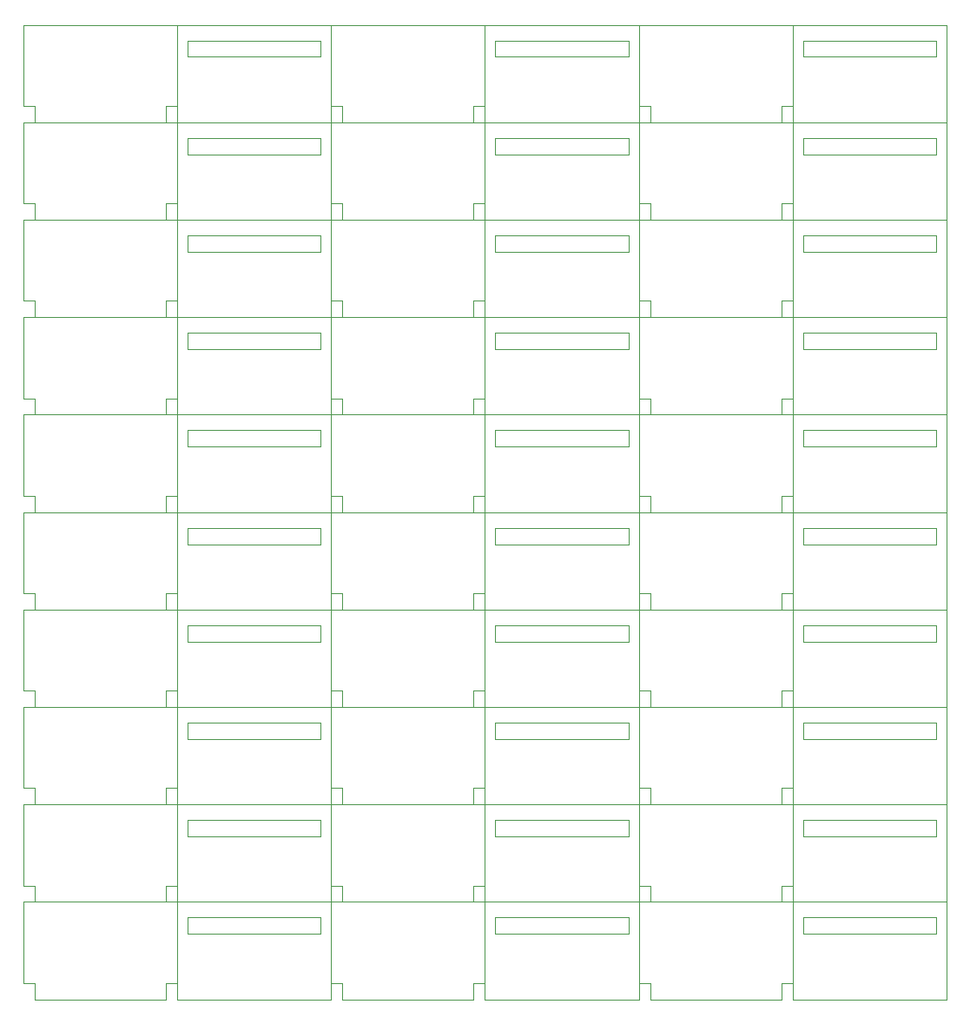
<source format=gm1>
G04 #@! TF.GenerationSoftware,KiCad,Pcbnew,(5.1.0)-1*
G04 #@! TF.CreationDate,2020-07-15T16:06:44-04:00*
G04 #@! TF.ProjectId,Breakout Panelized,42726561-6b6f-4757-9420-50616e656c69,rev?*
G04 #@! TF.SameCoordinates,Original*
G04 #@! TF.FileFunction,Profile,NP*
%FSLAX46Y46*%
G04 Gerber Fmt 4.6, Leading zero omitted, Abs format (unit mm)*
G04 Created by KiCad (PCBNEW (5.1.0)-1) date 2020-07-15 16:06:44*
%MOMM*%
%LPD*%
G04 APERTURE LIST*
%ADD10C,0.050000*%
G04 APERTURE END LIST*
D10*
X174575000Y-66450000D02*
X161575000Y-66450000D01*
X160575000Y-53825000D02*
X160575000Y-63325000D01*
X115575000Y-63325000D02*
X115575000Y-72825000D01*
X85575000Y-63325000D02*
X85575000Y-71225000D01*
X175575000Y-53825000D02*
X175575000Y-63325000D01*
X114575000Y-66450000D02*
X101575000Y-66450000D01*
X86675000Y-61725000D02*
X86675000Y-63325000D01*
X101575000Y-56950000D02*
X101575000Y-55350000D01*
X114575000Y-55350000D02*
X114575000Y-56950000D01*
X145575000Y-63325000D02*
X145575000Y-72825000D01*
X144575000Y-56950000D02*
X131575000Y-56950000D01*
X101575000Y-55350000D02*
X114575000Y-55350000D01*
X160575000Y-61725000D02*
X159475000Y-61725000D01*
X115575000Y-53825000D02*
X115575000Y-63325000D01*
X85575000Y-61725000D02*
X86675000Y-61725000D01*
X175575000Y-53825000D02*
X160575000Y-53825000D01*
X161575000Y-55350000D02*
X174575000Y-55350000D01*
X115575000Y-63325000D02*
X100575000Y-63325000D01*
X115575000Y-63325000D02*
X130575000Y-63325000D01*
X145575000Y-61725000D02*
X146675000Y-61725000D01*
X85575000Y-53825000D02*
X85575000Y-61725000D01*
X100575000Y-53825000D02*
X100575000Y-63325000D01*
X161575000Y-56950000D02*
X161575000Y-55350000D01*
X85575000Y-71225000D02*
X86675000Y-71225000D01*
X175575000Y-63325000D02*
X160575000Y-63325000D01*
X160575000Y-71225000D02*
X159475000Y-71225000D01*
X144575000Y-55350000D02*
X144575000Y-56950000D01*
X161575000Y-64850000D02*
X174575000Y-64850000D01*
X175575000Y-63325000D02*
X175575000Y-72825000D01*
X131575000Y-64850000D02*
X144575000Y-64850000D01*
X130575000Y-63325000D02*
X130575000Y-72825000D01*
X114575000Y-56950000D02*
X101575000Y-56950000D01*
X130575000Y-53825000D02*
X130575000Y-63325000D01*
X131575000Y-55350000D02*
X144575000Y-55350000D01*
X161575000Y-66450000D02*
X161575000Y-64850000D01*
X115575000Y-61725000D02*
X116675000Y-61725000D01*
X100575000Y-71225000D02*
X99475000Y-71225000D01*
X99475000Y-61725000D02*
X99475000Y-63325000D01*
X116675000Y-61725000D02*
X116675000Y-63325000D01*
X144575000Y-64850000D02*
X144575000Y-66450000D01*
X129475000Y-61725000D02*
X129475000Y-63325000D01*
X100575000Y-61725000D02*
X99475000Y-61725000D01*
X159475000Y-71225000D02*
X159475000Y-72825000D01*
X115575000Y-53825000D02*
X100575000Y-53825000D01*
X145575000Y-53825000D02*
X130575000Y-53825000D01*
X130575000Y-61725000D02*
X129475000Y-61725000D01*
X145575000Y-63325000D02*
X160575000Y-63325000D01*
X145575000Y-71225000D02*
X146675000Y-71225000D01*
X174575000Y-55350000D02*
X174575000Y-56950000D01*
X174575000Y-56950000D02*
X161575000Y-56950000D01*
X144575000Y-66450000D02*
X131575000Y-66450000D01*
X99475000Y-71225000D02*
X99475000Y-72825000D01*
X160575000Y-63325000D02*
X160575000Y-72825000D01*
X116675000Y-71225000D02*
X116675000Y-72825000D01*
X129475000Y-71225000D02*
X129475000Y-72825000D01*
X101575000Y-64850000D02*
X114575000Y-64850000D01*
X146675000Y-71225000D02*
X146675000Y-72825000D01*
X85575000Y-63325000D02*
X100575000Y-63325000D01*
X130575000Y-71225000D02*
X129475000Y-71225000D01*
X145575000Y-63325000D02*
X130575000Y-63325000D01*
X114575000Y-64850000D02*
X114575000Y-66450000D01*
X115575000Y-71225000D02*
X116675000Y-71225000D01*
X131575000Y-56950000D02*
X131575000Y-55350000D01*
X159475000Y-61725000D02*
X159475000Y-63325000D01*
X86675000Y-71225000D02*
X86675000Y-72825000D01*
X115575000Y-53825000D02*
X130575000Y-53825000D01*
X145575000Y-53825000D02*
X145575000Y-63325000D01*
X85575000Y-53825000D02*
X100575000Y-53825000D01*
X131575000Y-66450000D02*
X131575000Y-64850000D01*
X146675000Y-61725000D02*
X146675000Y-63325000D01*
X174575000Y-64850000D02*
X174575000Y-66450000D01*
X145575000Y-53825000D02*
X160575000Y-53825000D01*
X101575000Y-66450000D02*
X101575000Y-64850000D01*
X100575000Y-63325000D02*
X100575000Y-72825000D01*
X101575000Y-85450000D02*
X101575000Y-83850000D01*
X100575000Y-82325000D02*
X100575000Y-91825000D01*
X85575000Y-72825000D02*
X100575000Y-72825000D01*
X174575000Y-83850000D02*
X174575000Y-85450000D01*
X146675000Y-80725000D02*
X146675000Y-82325000D01*
X145575000Y-72825000D02*
X160575000Y-72825000D01*
X131575000Y-85450000D02*
X131575000Y-83850000D01*
X115575000Y-82325000D02*
X115575000Y-91825000D01*
X85575000Y-82325000D02*
X85575000Y-90225000D01*
X100575000Y-72825000D02*
X100575000Y-82325000D01*
X175575000Y-72825000D02*
X175575000Y-82325000D01*
X114575000Y-85450000D02*
X101575000Y-85450000D01*
X114575000Y-74350000D02*
X114575000Y-75950000D01*
X161575000Y-83850000D02*
X174575000Y-83850000D01*
X144575000Y-75950000D02*
X131575000Y-75950000D01*
X161575000Y-74350000D02*
X174575000Y-74350000D01*
X145575000Y-80725000D02*
X146675000Y-80725000D01*
X101575000Y-74350000D02*
X114575000Y-74350000D01*
X175575000Y-82325000D02*
X175575000Y-91825000D01*
X100575000Y-90225000D02*
X99475000Y-90225000D01*
X161575000Y-75950000D02*
X161575000Y-74350000D01*
X144575000Y-83850000D02*
X144575000Y-85450000D01*
X131575000Y-83850000D02*
X144575000Y-83850000D01*
X115575000Y-82325000D02*
X100575000Y-82325000D01*
X144575000Y-85450000D02*
X131575000Y-85450000D01*
X85575000Y-72825000D02*
X85575000Y-80725000D01*
X115575000Y-72825000D02*
X115575000Y-82325000D01*
X99475000Y-80725000D02*
X99475000Y-82325000D01*
X174575000Y-75950000D02*
X161575000Y-75950000D01*
X100575000Y-80725000D02*
X99475000Y-80725000D01*
X114575000Y-75950000D02*
X101575000Y-75950000D01*
X85575000Y-80725000D02*
X86675000Y-80725000D01*
X86675000Y-80725000D02*
X86675000Y-82325000D01*
X174575000Y-85450000D02*
X161575000Y-85450000D01*
X145575000Y-82325000D02*
X160575000Y-82325000D01*
X101575000Y-75950000D02*
X101575000Y-74350000D01*
X161575000Y-85450000D02*
X161575000Y-83850000D01*
X159475000Y-90225000D02*
X159475000Y-91825000D01*
X85575000Y-90225000D02*
X86675000Y-90225000D01*
X115575000Y-72825000D02*
X100575000Y-72825000D01*
X115575000Y-80725000D02*
X116675000Y-80725000D01*
X175575000Y-82325000D02*
X160575000Y-82325000D01*
X144575000Y-74350000D02*
X144575000Y-75950000D01*
X175575000Y-72825000D02*
X160575000Y-72825000D01*
X145575000Y-90225000D02*
X146675000Y-90225000D01*
X115575000Y-82325000D02*
X130575000Y-82325000D01*
X174575000Y-74350000D02*
X174575000Y-75950000D01*
X160575000Y-90225000D02*
X159475000Y-90225000D01*
X160575000Y-72825000D02*
X160575000Y-82325000D01*
X130575000Y-82325000D02*
X130575000Y-91825000D01*
X99475000Y-90225000D02*
X99475000Y-91825000D01*
X145575000Y-72825000D02*
X130575000Y-72825000D01*
X130575000Y-72825000D02*
X130575000Y-82325000D01*
X130575000Y-80725000D02*
X129475000Y-80725000D01*
X129475000Y-80725000D02*
X129475000Y-82325000D01*
X145575000Y-82325000D02*
X145575000Y-91825000D01*
X131575000Y-74350000D02*
X144575000Y-74350000D01*
X160575000Y-80725000D02*
X159475000Y-80725000D01*
X116675000Y-80725000D02*
X116675000Y-82325000D01*
X86675000Y-90225000D02*
X86675000Y-91825000D01*
X160575000Y-82325000D02*
X160575000Y-91825000D01*
X101575000Y-83850000D02*
X114575000Y-83850000D01*
X146675000Y-90225000D02*
X146675000Y-91825000D01*
X145575000Y-82325000D02*
X130575000Y-82325000D01*
X114575000Y-83850000D02*
X114575000Y-85450000D01*
X116675000Y-90225000D02*
X116675000Y-91825000D01*
X115575000Y-90225000D02*
X116675000Y-90225000D01*
X130575000Y-90225000D02*
X129475000Y-90225000D01*
X115575000Y-72825000D02*
X130575000Y-72825000D01*
X131575000Y-75950000D02*
X131575000Y-74350000D01*
X85575000Y-82325000D02*
X100575000Y-82325000D01*
X159475000Y-80725000D02*
X159475000Y-82325000D01*
X129475000Y-90225000D02*
X129475000Y-91825000D01*
X145575000Y-72825000D02*
X145575000Y-82325000D01*
X115575000Y-91825000D02*
X115575000Y-101325000D01*
X85575000Y-91825000D02*
X85575000Y-99725000D01*
X99475000Y-99725000D02*
X99475000Y-101325000D01*
X174575000Y-94950000D02*
X161575000Y-94950000D01*
X100575000Y-99725000D02*
X99475000Y-99725000D01*
X114575000Y-94950000D02*
X101575000Y-94950000D01*
X85575000Y-99725000D02*
X86675000Y-99725000D01*
X86675000Y-99725000D02*
X86675000Y-101325000D01*
X115575000Y-101325000D02*
X115575000Y-110825000D01*
X85575000Y-101325000D02*
X85575000Y-109225000D01*
X100575000Y-91825000D02*
X100575000Y-101325000D01*
X175575000Y-91825000D02*
X175575000Y-101325000D01*
X115575000Y-101325000D02*
X100575000Y-101325000D01*
X101575000Y-104450000D02*
X101575000Y-102850000D01*
X114575000Y-93350000D02*
X114575000Y-94950000D01*
X146675000Y-99725000D02*
X146675000Y-101325000D01*
X101575000Y-93350000D02*
X114575000Y-93350000D01*
X85575000Y-91825000D02*
X100575000Y-91825000D01*
X144575000Y-104450000D02*
X131575000Y-104450000D01*
X161575000Y-102850000D02*
X174575000Y-102850000D01*
X100575000Y-109225000D02*
X99475000Y-109225000D01*
X145575000Y-99725000D02*
X146675000Y-99725000D01*
X175575000Y-101325000D02*
X175575000Y-110825000D01*
X174575000Y-102850000D02*
X174575000Y-104450000D01*
X145575000Y-91825000D02*
X160575000Y-91825000D01*
X100575000Y-101325000D02*
X100575000Y-110825000D01*
X131575000Y-102850000D02*
X144575000Y-102850000D01*
X161575000Y-94950000D02*
X161575000Y-93350000D01*
X114575000Y-104450000D02*
X101575000Y-104450000D01*
X161575000Y-93350000D02*
X174575000Y-93350000D01*
X144575000Y-94950000D02*
X131575000Y-94950000D01*
X131575000Y-104450000D02*
X131575000Y-102850000D01*
X144575000Y-102850000D02*
X144575000Y-104450000D01*
X146675000Y-109225000D02*
X146675000Y-110825000D01*
X115575000Y-109225000D02*
X116675000Y-109225000D01*
X130575000Y-109225000D02*
X129475000Y-109225000D01*
X145575000Y-101325000D02*
X130575000Y-101325000D01*
X131575000Y-94950000D02*
X131575000Y-93350000D01*
X115575000Y-91825000D02*
X130575000Y-91825000D01*
X174575000Y-104450000D02*
X161575000Y-104450000D01*
X101575000Y-94950000D02*
X101575000Y-93350000D01*
X144575000Y-93350000D02*
X144575000Y-94950000D01*
X175575000Y-91825000D02*
X160575000Y-91825000D01*
X160575000Y-91825000D02*
X160575000Y-101325000D01*
X85575000Y-101325000D02*
X100575000Y-101325000D01*
X161575000Y-104450000D02*
X161575000Y-102850000D01*
X85575000Y-109225000D02*
X86675000Y-109225000D01*
X99475000Y-109225000D02*
X99475000Y-110825000D01*
X131575000Y-93350000D02*
X144575000Y-93350000D01*
X145575000Y-91825000D02*
X130575000Y-91825000D01*
X115575000Y-101325000D02*
X130575000Y-101325000D01*
X160575000Y-101325000D02*
X160575000Y-110825000D01*
X86675000Y-109225000D02*
X86675000Y-110825000D01*
X130575000Y-91825000D02*
X130575000Y-101325000D01*
X130575000Y-99725000D02*
X129475000Y-99725000D01*
X116675000Y-109225000D02*
X116675000Y-110825000D01*
X159475000Y-109225000D02*
X159475000Y-110825000D01*
X160575000Y-99725000D02*
X159475000Y-99725000D01*
X175575000Y-101325000D02*
X160575000Y-101325000D01*
X145575000Y-101325000D02*
X160575000Y-101325000D01*
X114575000Y-102850000D02*
X114575000Y-104450000D01*
X115575000Y-99725000D02*
X116675000Y-99725000D01*
X129475000Y-109225000D02*
X129475000Y-110825000D01*
X115575000Y-91825000D02*
X100575000Y-91825000D01*
X116675000Y-99725000D02*
X116675000Y-101325000D01*
X130575000Y-101325000D02*
X130575000Y-110825000D01*
X174575000Y-93350000D02*
X174575000Y-94950000D01*
X159475000Y-99725000D02*
X159475000Y-101325000D01*
X145575000Y-109225000D02*
X146675000Y-109225000D01*
X145575000Y-101325000D02*
X145575000Y-110825000D01*
X160575000Y-109225000D02*
X159475000Y-109225000D01*
X101575000Y-102850000D02*
X114575000Y-102850000D01*
X145575000Y-91825000D02*
X145575000Y-101325000D01*
X129475000Y-99725000D02*
X129475000Y-101325000D01*
X131575000Y-113950000D02*
X131575000Y-112350000D01*
X130575000Y-110825000D02*
X130575000Y-120325000D01*
X130575000Y-118725000D02*
X129475000Y-118725000D01*
X116675000Y-118725000D02*
X116675000Y-120325000D01*
X115575000Y-118725000D02*
X116675000Y-118725000D01*
X131575000Y-112350000D02*
X144575000Y-112350000D01*
X145575000Y-110825000D02*
X130575000Y-110825000D01*
X115575000Y-110825000D02*
X130575000Y-110825000D01*
X115575000Y-110825000D02*
X100575000Y-110825000D01*
X101575000Y-113950000D02*
X101575000Y-112350000D01*
X145575000Y-110825000D02*
X145575000Y-120325000D01*
X129475000Y-118725000D02*
X129475000Y-120325000D01*
X144575000Y-113950000D02*
X131575000Y-113950000D01*
X144575000Y-112350000D02*
X144575000Y-113950000D01*
X145575000Y-120325000D02*
X130575000Y-120325000D01*
X131575000Y-123450000D02*
X131575000Y-121850000D01*
X130575000Y-128225000D02*
X129475000Y-128225000D01*
X130575000Y-120325000D02*
X130575000Y-129825000D01*
X115575000Y-120325000D02*
X130575000Y-120325000D01*
X131575000Y-121850000D02*
X144575000Y-121850000D01*
X116675000Y-128225000D02*
X116675000Y-129825000D01*
X115575000Y-128225000D02*
X116675000Y-128225000D01*
X145575000Y-120325000D02*
X145575000Y-129825000D01*
X144575000Y-121850000D02*
X144575000Y-123450000D01*
X129475000Y-128225000D02*
X129475000Y-129825000D01*
X144575000Y-123450000D02*
X131575000Y-123450000D01*
X160575000Y-120325000D02*
X160575000Y-129825000D01*
X161575000Y-123450000D02*
X161575000Y-121850000D01*
X160575000Y-128225000D02*
X159475000Y-128225000D01*
X159475000Y-128225000D02*
X159475000Y-129825000D01*
X174575000Y-121850000D02*
X174575000Y-123450000D01*
X161575000Y-121850000D02*
X174575000Y-121850000D01*
X145575000Y-128225000D02*
X146675000Y-128225000D01*
X175575000Y-120325000D02*
X160575000Y-120325000D01*
X145575000Y-120325000D02*
X160575000Y-120325000D01*
X146675000Y-128225000D02*
X146675000Y-129825000D01*
X175575000Y-120325000D02*
X175575000Y-129825000D01*
X174575000Y-123450000D02*
X161575000Y-123450000D01*
X175575000Y-110825000D02*
X160575000Y-110825000D01*
X161575000Y-113950000D02*
X161575000Y-112350000D01*
X160575000Y-110825000D02*
X160575000Y-120325000D01*
X161575000Y-112350000D02*
X174575000Y-112350000D01*
X160575000Y-118725000D02*
X159475000Y-118725000D01*
X174575000Y-112350000D02*
X174575000Y-113950000D01*
X145575000Y-110825000D02*
X160575000Y-110825000D01*
X145575000Y-118725000D02*
X146675000Y-118725000D01*
X159475000Y-118725000D02*
X159475000Y-120325000D01*
X86675000Y-128225000D02*
X86675000Y-129825000D01*
X85575000Y-128225000D02*
X86675000Y-128225000D01*
X99475000Y-128225000D02*
X99475000Y-129825000D01*
X100575000Y-128225000D02*
X99475000Y-128225000D01*
X114575000Y-123450000D02*
X101575000Y-123450000D01*
X85575000Y-120325000D02*
X100575000Y-120325000D01*
X101575000Y-121850000D02*
X114575000Y-121850000D01*
X114575000Y-121850000D02*
X114575000Y-123450000D01*
X100575000Y-120325000D02*
X100575000Y-129825000D01*
X115575000Y-120325000D02*
X115575000Y-129825000D01*
X85575000Y-120325000D02*
X85575000Y-128225000D01*
X115575000Y-120325000D02*
X100575000Y-120325000D01*
X101575000Y-123450000D02*
X101575000Y-121850000D01*
X114575000Y-112350000D02*
X114575000Y-113950000D01*
X146675000Y-118725000D02*
X146675000Y-120325000D01*
X175575000Y-110825000D02*
X175575000Y-120325000D01*
X100575000Y-118725000D02*
X99475000Y-118725000D01*
X85575000Y-110825000D02*
X100575000Y-110825000D01*
X115575000Y-110825000D02*
X115575000Y-120325000D01*
X174575000Y-113950000D02*
X161575000Y-113950000D01*
X86675000Y-118725000D02*
X86675000Y-120325000D01*
X85575000Y-118725000D02*
X86675000Y-118725000D01*
X99475000Y-118725000D02*
X99475000Y-120325000D01*
X114575000Y-113950000D02*
X101575000Y-113950000D01*
X101575000Y-112350000D02*
X114575000Y-112350000D01*
X100575000Y-110825000D02*
X100575000Y-120325000D01*
X85575000Y-110825000D02*
X85575000Y-118725000D01*
X145575000Y-129825000D02*
X130575000Y-129825000D01*
X131575000Y-132950000D02*
X131575000Y-131350000D01*
X130575000Y-137725000D02*
X129475000Y-137725000D01*
X130575000Y-129825000D02*
X130575000Y-139325000D01*
X115575000Y-129825000D02*
X130575000Y-129825000D01*
X131575000Y-131350000D02*
X144575000Y-131350000D01*
X116675000Y-137725000D02*
X116675000Y-139325000D01*
X115575000Y-137725000D02*
X116675000Y-137725000D01*
X145575000Y-129825000D02*
X145575000Y-139325000D01*
X144575000Y-131350000D02*
X144575000Y-132950000D01*
X129475000Y-137725000D02*
X129475000Y-139325000D01*
X144575000Y-132950000D02*
X131575000Y-132950000D01*
X160575000Y-129825000D02*
X160575000Y-139325000D01*
X161575000Y-132950000D02*
X161575000Y-131350000D01*
X160575000Y-137725000D02*
X159475000Y-137725000D01*
X159475000Y-137725000D02*
X159475000Y-139325000D01*
X174575000Y-131350000D02*
X174575000Y-132950000D01*
X161575000Y-131350000D02*
X174575000Y-131350000D01*
X145575000Y-137725000D02*
X146675000Y-137725000D01*
X175575000Y-129825000D02*
X160575000Y-129825000D01*
X145575000Y-129825000D02*
X160575000Y-129825000D01*
X146675000Y-137725000D02*
X146675000Y-139325000D01*
X175575000Y-129825000D02*
X175575000Y-139325000D01*
X174575000Y-132950000D02*
X161575000Y-132950000D01*
X86675000Y-137725000D02*
X86675000Y-139325000D01*
X85575000Y-137725000D02*
X86675000Y-137725000D01*
X99475000Y-137725000D02*
X99475000Y-139325000D01*
X100575000Y-137725000D02*
X99475000Y-137725000D01*
X114575000Y-132950000D02*
X101575000Y-132950000D01*
X85575000Y-129825000D02*
X100575000Y-129825000D01*
X101575000Y-131350000D02*
X114575000Y-131350000D01*
X114575000Y-131350000D02*
X114575000Y-132950000D01*
X100575000Y-129825000D02*
X100575000Y-139325000D01*
X115575000Y-129825000D02*
X115575000Y-139325000D01*
X85575000Y-129825000D02*
X85575000Y-137725000D01*
X115575000Y-129825000D02*
X100575000Y-129825000D01*
X101575000Y-132950000D02*
X101575000Y-131350000D01*
X175575000Y-139325000D02*
X160575000Y-139325000D01*
X161575000Y-142450000D02*
X161575000Y-140850000D01*
X160575000Y-147225000D02*
X159475000Y-147225000D01*
X160575000Y-139325000D02*
X160575000Y-148825000D01*
X145575000Y-139325000D02*
X160575000Y-139325000D01*
X161575000Y-140850000D02*
X174575000Y-140850000D01*
X146675000Y-147225000D02*
X146675000Y-148825000D01*
X145575000Y-147225000D02*
X146675000Y-147225000D01*
X175575000Y-139325000D02*
X175575000Y-148825000D01*
X174575000Y-140850000D02*
X174575000Y-142450000D01*
X159475000Y-147225000D02*
X159475000Y-148825000D01*
X174575000Y-142450000D02*
X161575000Y-142450000D01*
X160575000Y-148825000D02*
X175575000Y-148825000D01*
X146675000Y-148825000D02*
X159475000Y-148825000D01*
X116675000Y-147225000D02*
X116675000Y-148825000D01*
X115575000Y-147225000D02*
X116675000Y-147225000D01*
X129475000Y-147225000D02*
X129475000Y-148825000D01*
X130575000Y-147225000D02*
X129475000Y-147225000D01*
X144575000Y-142450000D02*
X131575000Y-142450000D01*
X130575000Y-148825000D02*
X145575000Y-148825000D01*
X115575000Y-139325000D02*
X130575000Y-139325000D01*
X131575000Y-140850000D02*
X144575000Y-140850000D01*
X144575000Y-140850000D02*
X144575000Y-142450000D01*
X130575000Y-139325000D02*
X130575000Y-148825000D01*
X145575000Y-139325000D02*
X145575000Y-148825000D01*
X116675000Y-148825000D02*
X129475000Y-148825000D01*
X145575000Y-139325000D02*
X130575000Y-139325000D01*
X131575000Y-142450000D02*
X131575000Y-140850000D01*
X100575000Y-147225000D02*
X99475000Y-147225000D01*
X99475000Y-147225000D02*
X99475000Y-148825000D01*
X85575000Y-147225000D02*
X86675000Y-147225000D01*
X86675000Y-147225000D02*
X86675000Y-148825000D01*
X85575000Y-139325000D02*
X100575000Y-139325000D01*
X100575000Y-148825000D02*
X115575000Y-148825000D01*
X114575000Y-142450000D02*
X101575000Y-142450000D01*
X114575000Y-140850000D02*
X114575000Y-142450000D01*
X101575000Y-140850000D02*
X114575000Y-140850000D01*
X101575000Y-142450000D02*
X101575000Y-140850000D01*
X100575000Y-139325000D02*
X100575000Y-148825000D01*
X115575000Y-139325000D02*
X115575000Y-148825000D01*
X115575000Y-139325000D02*
X100575000Y-139325000D01*
X86675000Y-148825000D02*
X99475000Y-148825000D01*
X85575000Y-139325000D02*
X85575000Y-147225000D01*
M02*

</source>
